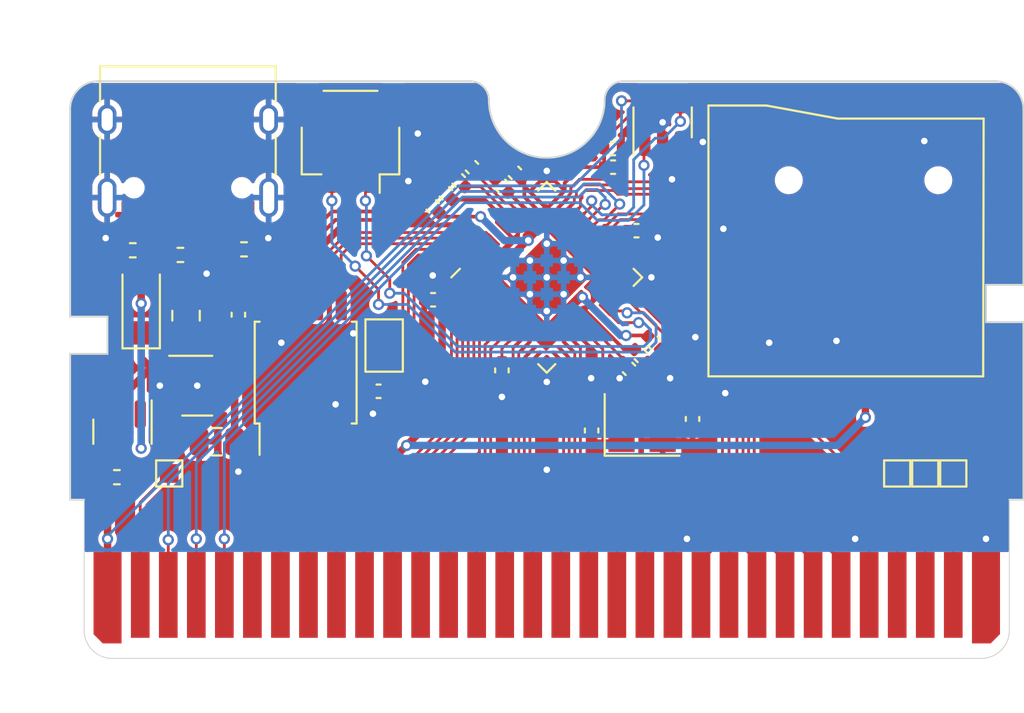
<source format=kicad_pcb>
(kicad_pcb (version 20221018) (generator pcbnew)
  (layers (0 "F.Cu" signal) (31 "B.Cu" signal) (34 "B.Paste" user) (35 "F.Paste" user) (36 "B.SilkS" user "B.Silkscreen") (37 "F.SilkS" user "F.Silkscreen") (38 "B.Mask" user) (39 "F.Mask" user) (44 "Edge.Cuts" user))
  (net 0 "")
  (net 1 "/VDD")
  (net 2 "GND")
  (net 3 "/CLK")
  (net 4 "/WR")
  (net 5 "/RD")
  (net 6 "/CS1")
  (net 7 "/AD0")
  (net 8 "/AD1")
  (net 9 "/AD2")
  (net 10 "/AD3")
  (net 11 "/AD4")
  (net 12 "/AD5")
  (net 13 "/AD6")
  (net 14 "/AD7")
  (net 15 "/AD8")
  (net 16 "/AD9")
  (net 17 "/AD10")
  (net 18 "/AD11")
  (net 19 "/AD12")
  (net 20 "/AD13")
  (net 21 "/AD14")
  (net 22 "/AD15")
  (net 23 "/A16")
  (net 24 "/A17")
  (net 25 "/A18")
  (net 26 "/A19")
  (net 27 "/A20")
  (net 28 "/A21")
  (net 29 "/A22")
  (net 30 "/A23")
  (net 31 "/CS2")
  (net 32 "/XIN")
  (net 33 "Net-(C2-Pad1)")
  (net 34 "Net-(D1-K)")
  (net 35 "+3V3")
  (net 36 "+1V1")
  (net 37 "VBUS")
  (net 38 "Net-(J3-CC1)")
  (net 39 "/USB_D+")
  (net 40 "/USB_D-")
  (net 42 "Net-(J3-CC2)")
  (net 44 "/SWCLK")
  (net 45 "/SWD")
  (net 47 "/QSPI_SS")
  (net 48 "/~{USB_BOOT}")
  (net 49 "/XOUT")
  (net 50 "Net-(U3-USB_DP)")
  (net 51 "Net-(U3-USB_DM)")
  (net 53 "/QSPI_SD1")
  (net 54 "/QSPI_SD2")
  (net 55 "/QSPI_SD0")
  (net 56 "/QSPI_SCLK")
  (net 57 "/QSPI_SD3")
  (net 58 "/RUN")
  (net 59 "/IRQ")
  (net 60 "/CS1_MOD")
  (net 62 "/SD_CS")
  (net 63 "/SD_MOSI")
  (net 64 "/SD_SCLK")
  (net 65 "/SD_MISO")
  (footprint "MCU_RaspberryPi_and_Boards:RP2040-QFN-56" (layer "F.Cu") (at 100 83 45)
    (fp_text reference "U3" hide)
    (fp_text value "RP2040")
  )
  (footprint "Capacitor_SMD:C_0402_1005Metric" (layer "F.Cu") (at 94.6 78.5 135)
    (fp_text reference "C9" hide)
    (fp_text value "100n")
  )
  (footprint "Capacitor_SMD:C_0402_1005Metric" (layer "F.Cu") (at 98.3 77.4 135)
    (fp_text reference "C10" hide)
    (fp_text value "1u")
  )
  (footprint "Capacitor_SMD:C_0402_1005Metric" (layer "F.Cu") (at 83.5 85 -90)
    (fp_text reference "C4" hide)
    (fp_text value "100n")
  )
  (footprint "Jumper:SolderJumper-2_P1.3mm_Open_Pad1.0x1.5mm" (layer "F.Cu") (at 91.3 86.65 -90)
    (fp_text reference "JP1" hide)
    (fp_text value "SolderJumper_2_Open")
  )
  (footprint "Capacitor_SMD:C_0805_2012Metric" (layer "F.Cu") (at 80.7 85.05 90)
    (fp_text reference "C3" hide)
    (fp_text value "1u")
  )
  (footprint "TestPoint:TestPoint_Pad_1.0x1.0mm" (layer "F.Cu") (at 121.75 93.5)
    (fp_text reference "TP4" hide)
    (fp_text value "TestPoint")
  )
  (footprint "Capacitor_SMD:C_0402_1005Metric" (layer "F.Cu") (at 93.9 79.2 135)
    (fp_text reference "C6" hide)
    (fp_text value "100n")
  )
  (footprint "Capacitor_SMD:C_0402_1005Metric" (layer "F.Cu") (at 93.92 84.2 180)
    (fp_text reference "C11" hide)
    (fp_text value "100n")
  )
  (footprint "Capacitor_SMD:C_0402_1005Metric" (layer "F.Cu") (at 97.6 78.1 135)
    (fp_text reference "C8" hide)
    (fp_text value "1u")
  )
  (footprint "Resistor_SMD:R_0402_1005Metric" (layer "F.Cu") (at 77 93.7)
    (fp_text reference "R9" hide)
    (fp_text value "20k")
  )
  (footprint "MCU_RaspberryPi_and_Boards:MBR120_SOD-123" (layer "F.Cu") (at 78.3 84.5 90)
    (fp_text reference "D1" hide)
    (fp_text value "MBR120")
  )
  (footprint "TestPoint:TestPoint_Pad_1.0x1.0mm" (layer "F.Cu") (at 79.8 93.5)
    (fp_text reference "TP3" hide)
    (fp_text value "TestPoint")
  )
  (footprint "Capacitor_SMD:C_0402_1005Metric" (layer "F.Cu") (at 95.292893 77.807107 -45)
    (fp_text reference "R4" hide)
    (fp_text value "27")
  )
  (footprint "Capacitor_SMD:C_0402_1005Metric" (layer "F.Cu") (at 103.55 76.1)
    (fp_text reference "C15" hide)
    (fp_text value "100n")
  )
  (footprint "Daft_Misc:microSD_HC_Push" (layer "F.Cu") (at 116 81.6 180)
    (fp_text reference "J5" hide)
    (fp_text value "Micro_SD_Card_Det1")
  )
  (footprint "Daft_Misc:GBA_Cart_Edge" (layer "F.Cu") (at 100 100)
    (fp_text reference "J1" hide)
    (fp_text value "GBA_Cart_Edge")
    (fp_line (start -24.75 -5.1) (end -24.75 1.9) (stroke (width 0.05)) (layer "Edge.Cuts"))
    (fp_line (start -23.25 3.4) (end 23.25 3.4) (stroke (width 0.05)) (layer "Edge.Cuts"))
    (fp_line (start 24.75 1.9) (end 24.75 -5.1) (stroke (width 0.05)) (layer "Edge.Cuts"))
    (fp_arc (start -23.25 3.4) (mid -24.31066 2.96066) (end -24.75 1.9) (stroke (width 0.05)) (layer "Edge.Cuts"))
    (fp_arc (start 24.75 1.9) (mid 24.31066 2.96066) (end 23.25 3.4) (stroke (width 0.05)) (layer "Edge.Cuts"))
  )
  (footprint "TestPoint:TestPoint_Pad_1.0x1.0mm" (layer "F.Cu") (at 120.25 93.5)
    (fp_text reference "TP2" hide)
    (fp_text value "TestPoint")
  )
  (footprint "Capacitor_SMD:C_0402_1005Metric" (layer "F.Cu") (at 97.6 87.98 -90)
    (fp_text reference "C13" hide)
    (fp_text value "100n")
  )
  (footprint "Package_TO_SOT_SMD:SOT-23" (layer "F.Cu") (at 77.3 91.2625 -90)
    (fp_text reference "Q1" hide)
    (fp_text value "DMG2305UX")
  )
  (footprint "Package_TO_SOT_SMD:SOT-23-6" (layer "F.Cu") (at 106.2 74.7 90)
    (fp_text reference "U4" hide)
    (fp_text value "74LVC1G57")
  )
  (footprint "Resistor_SMD:R_0402_1005Metric" (layer "F.Cu") (at 77.85 81.55 180)
    (fp_text reference "R8" hide)
    (fp_text value "20k")
  )
  (footprint "Package_SO:TSOP-5_1.65x3.05mm_P0.95mm" (layer "F.Cu") (at 81.3 88.8)
    (fp_text reference "U1" hide)
    (fp_text value "NCP114ASN-3.3")
  )
  (footprint "Crystal:Crystal_SMD_3225-4Pin_3.2x2.5mm" (layer "F.Cu") (at 105.1 90.9)
    (fp_text reference "Y1" hide)
    (fp_text value "X322512MSB4SI")
  )
  (footprint "Capacitor_SMD:C_0402_1005Metric" (layer "F.Cu") (at 102.4 91.2 90)
    (fp_text reference "C1" hide)
    (fp_text value "27p")
  )
  (footprint "Resistor_SMD:R_0402_1005Metric" (layer "F.Cu") (at 80.4 81.8)
    (fp_text reference "R6" hide)
    (fp_text value "5.1k")
  )
  (footprint "Capacitor_SMD:C_0402_1005Metric" (layer "F.Cu") (at 105.746517 86.5 -45)
    (fp_text reference "C7" hide)
    (fp_text value "100n")
  )
  (footprint "Connector_JST:JST_SH_SM03B-SRSS-TB_1x03-1MP_P1.00mm_Horizontal" (layer "F.Cu") (at 89.5 75.7 180)
    (fp_text reference "J4" hide)
    (fp_text value "Conn_01x03_MountingPin")
  )
  (footprint "Capacitor_SMD:C_0402_1005Metric" (layer "F.Cu") (at 107.8 90.58 -90)
    (fp_text reference "C2" hide)
    (fp_text value "27p")
  )
  (footprint "Capacitor_SMD:C_0805_2012Metric" (layer "F.Cu") (at 82.35 91.8 180)
    (fp_text reference "C5" hide)
    (fp_text value "10u")
  )
  (footprint "Resistor_SMD:R_0402_1005Metric" (layer "F.Cu") (at 83.8 81.5)
    (fp_text reference "R7" hide)
    (fp_text value "5.1k")
  )
  (footprint "Capacitor_SMD:C_0402_1005Metric" (layer "F.Cu") (at 105.039411 87.207106 -45)
    (fp_text reference "C14" hide)
    (fp_text value "100n")
  )
  (footprint "Capacitor_SMD:C_0402_1005Metric" (layer "F.Cu") (at 104.8 80.5)
    (fp_text reference "C12" hide)
    (fp_text value "100n")
  )
  (footprint "Capacitor_SMD:C_0402_1005Metric" (layer "F.Cu") (at 91 89.1)
    (fp_text reference "R1" hide)
    (fp_text value "1k")
  )
  (footprint "Capacitor_SMD:C_0402_1005Metric" (layer "F.Cu") (at 103.55 77.1)
    (fp_text reference "C16" hide)
    (fp_text value "100n")
  )
  (footprint "Package_SO:SOIC-8_5.23x5.23mm_P1.27mm" (layer "F.Cu") (at 87.1 88.1 90)
    (fp_text reference "U2" hide)
    (fp_text value "W25Q128JVS")
  )
  (footprint "Capacitor_SMD:C_0402_1005Metric" (layer "F.Cu") (at 96 77.1 -45)
    (fp_text reference "R5" hide)
    (fp_text value "27")
  )
  (footprint "Connector_USB:USB_C_Receptacle_HRO_TYPE-C-31-M-12" (layer "F.Cu") (at 80.8 75.6 180)
    (fp_text reference "J3" hide)
    (fp_text value "USB_C_Receptacle_USB2.0")
  )
  (footprint "Capacitor_SMD:C_0402_1005Metric" (layer "F.Cu") (at 104.4 87.9 -45)
    (fp_text reference "R3" hide)
    (fp_text value "1k")
  )
  (footprint "TestPoint:TestPoint_Pad_1.0x1.0mm" (layer "F.Cu") (at 118.75 93.5)
    (fp_text reference "TP1" hide)
    (fp_text value "TestPoint")
  )
  (gr_line (start 74.5 87.1) (end 76.5 87.1) (stroke (width 0.1)) (layer "Edge.Cuts"))
  (gr_arc (start 103.1 73.5) (mid 103.392893 72.792893) (end 104.1 72.5) (stroke (width 0.1)) (layer "Edge.Cuts"))
  (gr_line (start 125.5 83.4) (end 125.5 74) (stroke (width 0.1)) (layer "Edge.Cuts"))
  (gr_line (start 125.5 85.4) (end 123.5 85.4) (stroke (width 0.1)) (layer "Edge.Cuts"))
  (gr_line (start 123.5 85.4) (end 123.5 83.4) (stroke (width 0.1)) (layer "Edge.Cuts"))
  (gr_arc (start 95.9 72.5) (mid 96.607107 72.792893) (end 96.9 73.5) (stroke (width 0.1)) (layer "Edge.Cuts"))
  (gr_line (start 76.5 85.1) (end 74.5 85.1) (stroke (width 0.1)) (layer "Edge.Cuts"))
  (gr_line (start 125.5 94.9) (end 124.75 94.9) (stroke (width 0.1)) (layer "Edge.Cuts"))
  (gr_line (start 125.5 94.9) (end 125.5 85.4) (stroke (width 0.1)) (layer "Edge.Cuts"))
  (gr_line (start 74.5 94.9) (end 74.5 87.1) (stroke (width 0.1)) (layer "Edge.Cuts"))
  (gr_arc (start 124 72.5) (mid 125.06066 72.93934) (end 125.5 74) (stroke (width 0.1)) (layer "Edge.Cuts"))
  (gr_line (start 104.1 72.5) (end 124 72.5) (stroke (width 0.1)) (layer "Edge.Cuts"))
  (gr_arc (start 74.5 74) (mid 74.93934 72.93934) (end 76 72.5) (stroke (width 0.1)) (layer "Edge.Cuts"))
  (gr_line (start 123.5 83.4) (end 125.5 83.4) (stroke (width 0.1)) (layer "Edge.Cuts"))
  (gr_line (start 75.25 94.9) (end 74.5 94.9) (stroke (width 0.1)) (layer "Edge.Cuts"))
  (gr_line (start 74.5 85.1) (end 74.5 74) (stroke (width 0.1)) (layer "Edge.Cuts"))
  (gr_line (start 76.5 87.1) (end 76.5 85.1) (stroke (width 0.1)) (layer "Edge.Cuts"))
  (gr_line (start 95.9 72.5) (end 76 72.5) (stroke (width 0.1)) (layer "Edge.Cuts"))
  (gr_arc (start 103.1 73.5) (mid 100 76.6) (end 96.9 73.5) (stroke (width 0.1)) (layer "Edge.Cuts"))
  (segment (start 104 73.55) (end 105.2375 73.55) (width 0.15) (layer "F.Cu") (net 1))
  (segment (start 76.5 100.15) (end 76.5 97) (width 0.4) (layer "F.Cu") (net 1))
  (segment (start 105.2375 73.55) (end 105.25 73.5625) (width 0.15) (layer "F.Cu") (net 1))
  (segment (start 76.5 97) (end 76.5 93) (width 0.4) (layer "F.Cu") (net 1))
  (segment (start 76.5 93) (end 77.3 92.2) (width 0.4) (layer "F.Cu") (net 1))
  (via (at 76.5 97) (size 0.6) (drill 0.35) (layers "F.Cu" "B.Cu") (net 1))
  (via (at 104 73.55) (size 0.6) (drill 0.35) (layers "F.Cu" "B.Cu") (net 1))
  (segment (start 104 75.55) (end 104 73.55) (width 0.15) (layer "B.Cu") (net 1))
  (segment (start 95.25 78.1) (end 101.45 78.1) (width 0.15) (layer "B.Cu") (net 1))
  (segment (start 101.45 78.1) (end 104 75.55) (width 0.15) (layer "B.Cu") (net 1))
  (segment (start 76.5 97) (end 76.5 96.85) (width 0.15) (layer "B.Cu") (net 1))
  (segment (start 76.5 96.85) (end 95.25 78.1) (width 0.15) (layer "B.Cu") (net 1))
  (segment (start 85.065 78.235) (end 85.065 79) (width 0.2) (layer "F.Cu") (net 2))
  (segment (start 93.42 84.3) (end 93.4 84.28) (width 0.2) (layer "F.Cu") (net 2))
  (segment (start 97.184996 77.639411) (end 97.139411 77.639411) (width 0.2) (layer "F.Cu") (net 2))
  (via (at 97.6 89.4) (size 0.6) (drill 0.35) (layers "F.Cu" "B.Cu") (net 2))
  (via (at 88.7 89.8) (size 0.6) (drill 0.35) (layers "F.Cu" "B.Cu") (net 2))
  (via (at 105.938515 80.869455) (size 0.6) (drill 0.35) (layers "F.Cu" "B.Cu") (net 2))
  (via (at 106.2 74.7) (size 0.6) (drill 0.35) (layers "F.Cu" "B.Cu") (net 2))
  (via (at 100 77.3) (size 0.6) (drill 0.35) (layers "F.Cu" "B.Cu") (net 2))
  (via (at 120.2 75.7) (size 0.6) (drill 0.35) (layers "F.Cu" "B.Cu") (net 2))
  (via (at 108.35 75.75) (size 0.6) (drill 0.35) (layers "F.Cu" "B.Cu") (net 2))
  (via (at 106.7 77.75) (size 0.6) (drill 0.35) (layers "F.Cu" "B.Cu") (net 2))
  (via (at 83.5 93.4) (size 0.6) (drill 0.35) (layers "F.Cu" "B.Cu") (net 2))
  (via (at 116.5 97) (size 0.6) (drill 0.35) (layers "F.Cu" "B.Cu") (net 2))
  (via (at 79.3 88.8) (size 0.6) (drill 0.35) (layers "F.Cu" "B.Cu") (net 2))
  (via (at 100 88.6) (size 0.6) (drill 0.35) (layers "F.Cu" "B.Cu") (net 2))
  (via (at 85.8 86.5) (size 0.6) (drill 0.35) (layers "F.Cu" "B.Cu") (net 2))
  (via (at 107.95 86.2) (size 0.6) (drill 0.35) (layers "F.Cu" "B.Cu") (net 2))
  (via (at 89.65 86) (size 0.6) (drill 0.35) (layers "F.Cu" "B.Cu") (net 2))
  (via (at 111.9 86.5) (size 0.6) (drill 0.35) (layers "F.Cu" "B.Cu") (net 2))
  (via (at 92.59372 77.84372) (size 0.6) (drill 0.35) (layers "F.Cu" "B.Cu") (net 2))
  (via (at 102.375 88.4) (size 0.6) (drill 0.35) (layers "F.Cu" "B.Cu") (net 2))
  (via (at 107.5 97) (size 0.6) (drill 0.35) (layers "F.Cu" "B.Cu") (net 2))
  (via (at 93.9 82.9) (size 0.6) (drill 0.35) (layers "F.Cu" "B.Cu") (net 2))
  (via (at 81.8 82.8) (size 0.6) (drill 0.35) (layers "F.Cu" "B.Cu") (net 2))
  (via (at 85.1 80.9) (size 0.6) (drill 0.35) (layers "F.Cu" "B.Cu") (net 2))
  (via (at 76.4 80.9) (size 0.6) (drill 0.35) (layers "F.Cu" "B.Cu") (net 2))
  (via (at 109.55 89.2) (size 0.6) (drill 0.35) (layers "F.Cu" "B.Cu") (net 2))
  (via (at 93.5 88.588424) (size 0.6) (drill 0.35) (layers "F.Cu" "B.Cu") (net 2))
  (via (at 93.1 75.3) (size 0.6) (drill 0.35) (layers "F.Cu" "B.Cu") (net 2))
  (via (at 115.5 86.4) (size 0.6) (drill 0.35) (layers "F.Cu" "B.Cu") (net 2))
  (via (at 123.5 97) (size 0.6) (drill 0.35) (layers "F.Cu" "B.Cu") (net 2))
  (via (at 103.9 88.4) (size 0.6) (drill 0.35) (layers "F.Cu" "B.Cu") (net 2))
  (via (at 90.7 90.3) (size 0.6) (drill 0.35) (layers "F.Cu" "B.Cu") (net 2))
  (via (at 81.3 88.8) (size 0.6) (drill 0.35) (layers "F.Cu" "B.Cu") (net 2))
  (via (at 106.6 88.4) (size 0.6) (drill 0.35) (layers "F.Cu" "B.Cu") (net 2))
  (via (at 100 93.3) (size 0.6) (drill 0.35) (layers "F.Cu" "B.Cu") (net 2))
  (via (at 105.6 83) (size 0.6) (drill 0.35) (layers "F.Cu" "B.Cu") (net 2))
  (via (at 109.45 80.4) (size 0.6) (drill 0.35) (layers "F.Cu" "B.Cu") (net 2))
  (segment (start 78.25 97) (end 78.25 95.05) (width 0.15) (layer "F.Cu") (net 3))
  (segment (start 78.25 95.05) (end 79.8 93.5) (width 0.15) (layer "F.Cu") (net 3))
  (segment (start 78.25 100) (end 78.25 97) (width 0.15) (layer "F.Cu") (net 3))
  (segment (start 102.289258 80.427899) (end 102.803209 79.913948) (width 0.15) (layer "F.Cu") (net 4))
  (segment (start 79.75 97.050026) (end 79.750013 97.050013) (width 0.15) (layer "F.Cu") (net 4))
  (segment (start 103.086053 79.913948) (end 103.899988 79.100013) (width 0.15) (layer "F.Cu") (net 4))
  (segment (start 103.899988 79.100013) (end 103.899988 79.075) (width 0.15) (layer "F.Cu") (net 4))
  (segment (start 102.803209 79.913948) (end 103.086053 79.913948) (width 0.15) (layer "F.Cu") (net 4))
  (segment (start 102.289258 80.427899) (end 102.289258 80.410742) (width 0.15) (layer "F.Cu") (net 4))
  (segment (start 79.75 100) (end 79.75 97.050026) (width 0.15) (layer "F.Cu") (net 4))
  (via (at 103.899988 79.075) (size 0.6) (drill 0.35) (layers "F.Cu" "B.Cu") (net 4))
  (via (at 79.750013 97.050013) (size 0.6) (drill 0.35) (layers "F.Cu" "B.Cu") (net 4))
  (segment (start 102.824988 78) (end 103.899988 79.075) (width 0.15) (layer "B.Cu") (net 4))
  (segment (start 95.374264 78.4) (end 101.592397 78.4) (width 0.15) (layer "B.Cu") (net 4))
  (segment (start 79.750013 94.024251) (end 95.374264 78.4) (width 0.15) (layer "B.Cu") (net 4))
  (segment (start 101.992397 78) (end 102.824988 78) (width 0.15) (layer "B.Cu") (net 4))
  (segment (start 79.750013 97.050013) (end 79.750013 94.024251) (width 0.15) (layer "B.Cu") (net 4))
  (segment (start 101.592397 78.4) (end 101.992397 78) (width 0.15) (layer "B.Cu") (net 4))
  (segment (start 81.25 100) (end 81.25 97.000002) (width 0.15) (layer "F.Cu") (net 5))
  (segment (start 103.054721 79.09675) (end 103.128693 79.09675) (width 0.15) (layer "F.Cu") (net 5))
  (segment (start 102.006415 80.145056) (end 103.054721 79.09675) (width 0.15) (layer "F.Cu") (net 5))
  (via (at 103.128693 79.09675) (size 0.6) (drill 0.35) (layers "F.Cu" "B.Cu") (net 5))
  (via (at 81.25 97.000002) (size 0.6) (drill 0.35) (layers "F.Cu" "B.Cu") (net 5))
  (segment (start 102.7 78.3) (end 103.128693 78.728693) (width 0.15) (layer "B.Cu") (net 5))
  (segment (start 95.498528 78.7) (end 101.716661 78.7) (width 0.15) (layer "B.Cu") (net 5))
  (segment (start 103.128693 78.728693) (end 103.128693 79.09675) (width 0.15) (layer "B.Cu") (net 5))
  (segment (start 81.25 97.000002) (end 81.25 92.948528) (width 0.15) (layer "B.Cu") (net 5))
  (segment (start 101.716661 78.7) (end 102.116661 78.3) (width 0.15) (layer "B.Cu") (net 5))
  (segment (start 102.116661 78.3) (end 102.7 78.3) (width 0.15) (layer "B.Cu") (net 5))
  (segment (start 81.25 92.948528) (end 95.498528 78.7) (width 0.15) (layer "B.Cu") (net 5))
  (segment (start 105.2 77) (end 105.2 75.8875) (width 0.15) (layer "F.Cu") (net 6))
  (segment (start 82.75 100) (end 82.75 97.000022) (width 0.15) (layer "F.Cu") (net 6))
  (segment (start 105.2 75.8875) (end 105.25 75.8375) (width 0.15) (layer "F.Cu") (net 6))
  (via (at 105.2 77) (size 0.6) (drill 0.35) (layers "F.Cu" "B.Cu") (net 6))
  (via (at 82.75 97.000022) (size 0.6) (drill 0.35) (layers "F.Cu" "B.Cu") (net 6))
  (segment (start 82.75 97.000022) (end 82.75 91.872792) (width 0.15) (layer "B.Cu") (net 6))
  (segment (start 104.374264 79.95) (end 105.2 79.124264) (width 0.15) (layer "B.Cu") (net 6))
  (segment (start 82.75 91.872792) (end 95.622792 79) (width 0.15) (layer "B.Cu") (net 6))
  (segment (start 105.2 79.124264) (end 105.2 77) (width 0.15) (layer "B.Cu") (net 6))
  (segment (start 102.707482 79.95) (end 104.374264 79.95) (width 0.15) (layer "B.Cu") (net 6))
  (segment (start 101.757482 79) (end 102.707482 79.95) (width 0.15) (layer "B.Cu") (net 6))
  (segment (start 95.622792 79) (end 101.757482 79) (width 0.15) (layer "B.Cu") (net 6))
  (segment (start 89.875 95.625) (end 94.9 90.6) (width 0.15) (layer "F.Cu") (net 7))
  (segment (start 94.9 84.98873) (end 96.013686 83.875044) (width 0.15) (layer "F.Cu") (net 7))
  (segment (start 94.9 90.6) (end 94.9 84.98873) (width 0.15) (layer "F.Cu") (net 7))
  (segment (start 84.25 100) (end 84.25 97) (width 0.15) (layer "F.Cu") (net 7))
  (segment (start 84.25 97) (end 85.625 95.625) (width 0.15) (layer "F.Cu") (net 7))
  (segment (start 85.625 95.625) (end 89.875 95.625) (width 0.15) (layer "F.Cu") (net 7))
  (segment (start 86.825 95.925) (end 89.999264 95.925) (width 0.15) (layer "F.Cu") (net 8))
  (segment (start 95.2 90.724264) (end 95.2 85.254415) (width 0.15) (layer "F.Cu") (net 8))
  (segment (start 95.2 85.254415) (end 96.296528 84.157887) (width 0.15) (layer "F.Cu") (net 8))
  (segment (start 85.75 100) (end 85.75 97) (width 0.15) (layer "F.Cu") (net 8))
  (segment (start 89.999264 95.925) (end 95.2 90.724264) (width 0.15) (layer "F.Cu") (net 8))
  (segment (start 85.75 97) (end 86.825 95.925) (width 0.15) (layer "F.Cu") (net 8))
  (segment (start 88.025 96.225) (end 90.123528 96.225) (width 0.15) (layer "F.Cu") (net 9))
  (segment (start 87.25 100) (end 87.25 97) (width 0.15) (layer "F.Cu") (net 9))
  (segment (start 95.5 85.520101) (end 96.579371 84.44073) (width 0.15) (layer "F.Cu") (net 9))
  (segment (start 87.25 97) (end 88.025 96.225) (width 0.15) (layer "F.Cu") (net 9))
  (segment (start 95.5 90.848528) (end 95.5 85.520101) (width 0.15) (layer "F.Cu") (net 9))
  (segment (start 90.123528 96.225) (end 95.5 90.848528) (width 0.15) (layer "F.Cu") (net 9))
  (segment (start 88.75 100) (end 88.75 97) (width 0.15) (layer "F.Cu") (net 10))
  (segment (start 89.225 96.525) (end 90.275 96.525) (width 0.15) (layer "F.Cu") (net 10))
  (segment (start 90.275 96.525) (end 95.8 91) (width 0.15) (layer "F.Cu") (net 10))
  (segment (start 95.8 91) (end 95.8 85.785787) (width 0.15) (layer "F.Cu") (net 10))
  (segment (start 88.75 97) (end 89.225 96.525) (width 0.15) (layer "F.Cu") (net 10))
  (segment (start 95.8 85.785787) (end 96.862214 84.723573) (width 0.15) (layer "F.Cu") (net 10))
  (segment (start 96.1 91.15) (end 96.1 86.051471) (width 0.15) (layer "F.Cu") (net 11))
  (segment (start 96.1 86.051471) (end 97.145056 85.006415) (width 0.15) (layer "F.Cu") (net 11))
  (segment (start 90.25 100) (end 90.25 97) (width 0.15) (layer "F.Cu") (net 11))
  (segment (start 90.25 97) (end 96.1 91.15) (width 0.15) (layer "F.Cu") (net 11))
  (segment (start 96.4 92.35) (end 96.4 86.317157) (width 0.15) (layer "F.Cu") (net 12))
  (segment (start 91.75 97) (end 96.4 92.35) (width 0.15) (layer "F.Cu") (net 12))
  (segment (start 91.75 100) (end 91.75 97) (width 0.15) (layer "F.Cu") (net 12))
  (segment (start 96.4 86.317157) (end 97.427899 85.289258) (width 0.15) (layer "F.Cu") (net 12))
  (segment (start 96.7 93.55) (end 96.7 86.6) (width 0.15) (layer "F.Cu") (net 13))
  (segment (start 93.25 100) (end 93.25 97) (width 0.15) (layer "F.Cu") (net 13))
  (segment (start 93.25 97) (end 96.7 93.55) (width 0.15) (layer "F.Cu") (net 13))
  (segment (start 96.7 86.6) (end 97.710742 85.589258) (width 0.15) (layer "F.Cu") (net 13))
  (segment (start 97.710742 85.589258) (end 97.710742 85.572101) (width 0.15) (layer "F.Cu") (net 13))
  (segment (start 94.75 100) (end 94.75 97) (width 0.15) (layer "F.Cu") (net 14))
  (segment (start 97 94.75) (end 97 86.848528) (width 0.15) (layer "F.Cu") (net 14))
  (segment (start 97 86.848528) (end 97.993585 85.854943) (width 0.15) (layer "F.Cu") (net 14))
  (segment (start 94.75 97) (end 97 94.75) (width 0.15) (layer "F.Cu") (net 14))
  (segment (start 96.25 100) (end 96.25 97) (width 0.15) (layer "F.Cu") (net 15))
  (segment (start 98.2 95.05) (end 98.2 86.779899) (width 0.15) (layer "F.Cu") (net 15))
  (segment (start 96.25 97) (end 98.2 95.05) (width 0.15) (layer "F.Cu") (net 15))
  (segment (start 98.2 86.779899) (end 98.55927 86.420629) (width 0.15) (layer "F.Cu") (net 15))
  (segment (start 98.5 96.25) (end 98.5 87.045584) (width 0.15) (layer "F.Cu") (net 16))
  (segment (start 97.75 100) (end 97.75 97) (width 0.15) (layer "F.Cu") (net 16))
  (segment (start 97.75 97) (end 98.5 96.25) (width 0.15) (layer "F.Cu") (net 16))
  (segment (start 98.5 87.045584) (end 98.842113 86.703471) (width 0.15) (layer "F.Cu") (net 16))
  (segment (start 98.8 96.55) (end 99.25 97) (width 0.15) (layer "F.Cu") (net 17))
  (segment (start 99.25 97) (end 99.25 100) (width 0.15) (layer "F.Cu") (net 17))
  (segment (start 99.124955 86.986314) (end 98.8 87.311269) (width 0.15) (layer "F.Cu") (net 17))
  (segment (start 98.8 87.311269) (end 98.8 96.55) (width 0.15) (layer "F.Cu") (net 17))
  (segment (start 99.407798 87.269157) (end 99.1 87.576955) (width 0.15) (layer "F.Cu") (net 18))
  (segment (start 99.1 95.35) (end 100.75 97) (width 0.15) (layer "F.Cu") (net 18))
  (segment (start 100.75 97) (end 100.75 100) (width 0.15) (layer "F.Cu") (net 18))
  (segment (start 99.1 87.576955) (end 99.1 95.35) (width 0.15) (layer "F.Cu") (net 18))
  (segment (start 100.9 95.65) (end 102.25 97) (width 0.15) (layer "F.Cu") (net 19))
  (segment (start 100.9 87.576955) (end 100.9 95.65) (width 0.15) (layer "F.Cu") (net 19))
  (segment (start 102.25 97) (end 102.25 100) (width 0.15) (layer "F.Cu") (net 19))
  (segment (start 100.592202 87.269157) (end 100.9 87.576955) (width 0.15) (layer "F.Cu") (net 19))
  (segment (start 103.75 100) (end 103.75 97) (width 0.15) (layer "F.Cu") (net 20))
  (segment (start 101.2 94.45) (end 101.2 87.311269) (width 0.15) (layer "F.Cu") (net 20))
  (segment (start 101.2 87.311269) (end 100.875045 86.986314) (width 0.15) (layer "F.Cu") (net 20))
  (segment (start 103.75 97) (end 101.2 94.45) (width 0.15) (layer "F.Cu") (net 20))
  (segment (start 101.157887 86.703472) (end 101.5 87.045585) (width 0.15) (layer "F.Cu") (net 21))
  (segment (start 105.25 97) (end 105.25 100) (width 0.15) (layer "F.Cu") (net 21))
  (segment (start 101.5 93.25) (end 105.25 97) (width 0.15) (layer "F.Cu") (net 21))
  (segment (start 101.5 87.045585) (end 101.5 93.25) (width 0.15) (layer "F.Cu") (net 21))
  (segment (start 101.44073 86.420629) (end 101.8 86.779899) (width 0.15) (layer "F.Cu") (net 22))
  (segment (start 106.35 96.6) (end 106.75 97) (width 0.15) (layer "F.Cu") (net 22))
  (segment (start 106.75 97) (end 106.75 100) (width 0.15) (layer "F.Cu") (net 22))
  (segment (start 105.3 96.6) (end 106.35 96.6) (width 0.15) (layer "F.Cu") (net 22))
  (segment (start 101.8 86.779899) (end 101.8 93.1) (width 0.15) (layer "F.Cu") (net 22))
  (segment (start 101.8 93.1) (end 105.3 96.6) (width 0.15) (layer "F.Cu") (net 22))
  (segment (start 105.017463 84.875) (end 105.117463 84.875) (width 0.15) (layer "F.Cu") (net 23))
  (segment (start 107.825 87.582537) (end 107.825 88.799264) (width 0.15) (layer "F.Cu") (net 23))
  (segment (start 109.4 97.05) (end 108.25 98.2) (width 0.15) (layer "F.Cu") (net 23))
  (segment (start 105.117463 84.875) (end 107.825 87.582537) (width 0.15) (layer "F.Cu") (net 23))
  (segment (start 108.25 98.2) (end 108.25 100) (width 0.15) (layer "F.Cu") (net 23))
  (segment (start 109.4 90.374264) (end 109.4 97.05) (width 0.15) (layer "F.Cu") (net 23))
  (segment (start 103.986315 83.875044) (end 104.017507 83.875044) (width 0.15) (layer "F.Cu") (net 23))
  (segment (start 107.825 88.799264) (end 109.4 90.374264) (width 0.15) (layer "F.Cu") (net 23))
  (segment (start 104.017507 83.875044) (end 105.017463 84.875) (width 0.15) (layer "F.Cu") (net 23))
  (segment (start 108.125 87.448044) (end 108.125 88.675) (width 0.15) (layer "F.Cu") (net 24))
  (segment (start 108.125 88.675) (end 109.75 90.3) (width 0.15) (layer "F.Cu") (net 24))
  (segment (start 109.75 90.3) (end 109.75 100) (width 0.15) (layer "F.Cu") (net 24))
  (segment (start 104.269157 83.592202) (end 108.125 87.448044) (width 0.15) (layer "F.Cu") (net 24))
  (segment (start 110.15 97.1) (end 110.175 97.075) (width 0.15) (layer "F.Cu") (net 25))
  (segment (start 111.25 98.2) (end 110.15 97.1) (width 0.15) (layer "F.Cu") (net 25))
  (segment (start 110.175 86.723528) (end 105.85927 82.407798) (width 0.15) (layer "F.Cu") (net 25))
  (segment (start 111.25 100) (end 111.25 98.2) (width 0.15) (layer "F.Cu") (net 25))
  (segment (start 110.175 97.075) (end 110.175 86.723528) (width 0.15) (layer "F.Cu") (net 25))
  (segment (start 105.85927 82.407798) (end 104.269157 82.407798) (width 0.15) (layer "F.Cu") (net 25))
  (segment (start 112.75 98.2) (end 110.5 95.95) (width 0.15) (layer "F.Cu") (net 26))
  (segment (start 112.75 100) (end 112.75 98.2) (width 0.15) (layer "F.Cu") (net 26))
  (segment (start 105.061648 81.725) (end 104.38627 81.725) (width 0.15) (layer "F.Cu") (net 26))
  (segment (start 105.431103 82.094455) (end 105.061648 81.725) (width 0.15) (layer "F.Cu") (net 26))
  (segment (start 110.5 95.95) (end 110.5 86.624264) (width 0.15) (layer "F.Cu") (net 26))
  (segment (start 105.970191 82.094455) (end 105.431103 82.094455) (width 0.15) (layer "F.Cu") (net 26))
  (segment (start 104.38627 81.725) (end 103.986315 82.124955) (width 0.15) (layer "F.Cu") (net 26))
  (segment (start 110.5 86.624264) (end 105.970191 82.094455) (width 0.15) (layer "F.Cu") (net 26))
  (segment (start 104.120584 81.425) (end 103.703472 81.842112) (width 0.15) (layer "F.Cu") (net 27))
  (segment (start 114.25 100) (end 114.25 98.2) (width 0.15) (layer "F.Cu") (net 27))
  (segment (start 110.8 94.75) (end 110.8 86.5) (width 0.15) (layer "F.Cu") (net 27))
  (segment (start 110.8 86.5) (end 106.094455 81.794455) (width 0.15) (layer "F.Cu") (net 27))
  (segment (start 114.25 98.2) (end 110.8 94.75) (width 0.15) (layer "F.Cu") (net 27))
  (segment (start 105.185912 81.425) (end 104.120584 81.425) (width 0.15) (layer "F.Cu") (net 27))
  (segment (start 105.555367 81.794455) (end 105.185912 81.425) (width 0.15) (layer "F.Cu") (net 27))
  (segment (start 106.094455 81.794455) (end 105.555367 81.794455) (width 0.15) (layer "F.Cu") (net 27))
  (segment (start 106.208059 81.483795) (end 105.67231 81.483795) (width 0.15) (layer "F.Cu") (net 28))
  (segment (start 115.75 98.2) (end 111.1 93.55) (width 0.15) (layer "F.Cu") (net 28))
  (segment (start 111.1 86.375736) (end 106.208059 81.483795) (width 0.15) (layer "F.Cu") (net 28))
  (segment (start 105.67231 81.483795) (end 105.313515 81.125) (width 0.15) (layer "F.Cu") (net 28))
  (segment (start 105.313515 81.125) (end 103.854899 81.125) (width 0.15) (layer "F.Cu") (net 28))
  (segment (start 103.854899 81.125) (end 103.420629 81.55927) (width 0.15) (layer "F.Cu") (net 28))
  (segment (start 111.1 93.55) (end 111.1 86.375736) (width 0.15) (layer "F.Cu") (net 28))
  (segment (start 115.75 100) (end 115.75 98.2) (width 0.15) (layer "F.Cu") (net 28))
  (segment (start 117.25 94.3) (end 113 90.05) (width 0.15) (layer "F.Cu") (net 29))
  (segment (start 103.942394 79.906135) (end 102.854944 80.993584) (width 0.15) (layer "F.Cu") (net 29))
  (segment (start 113 90.05) (end 113 86.797056) (width 0.15) (layer "F.Cu") (net 29))
  (segment (start 106.109079 79.906135) (end 103.942394 79.906135) (width 0.15) (layer "F.Cu") (net 29))
  (segment (start 113 86.797056) (end 106.109079 79.906135) (width 0.15) (layer "F.Cu") (net 29))
  (segment (start 117.25 100) (end 117.25 94.3) (width 0.15) (layer "F.Cu") (net 29))
  (segment (start 118.75 100) (end 118.75 93.5) (width 0.15) (layer "F.Cu") (net 30))
  (segment (start 120.25 93.5) (end 120.25 100) (width 0.15) (layer "F.Cu") (net 31))
  (segment (start 102.825736 86.674264) (end 102.006415 85.854944) (width 0.15) (layer "F.Cu") (net 32))
  (segment (start 103 91.75) (end 102.47 91.75) (width 0.15) (layer "F.Cu") (net 32))
  (segment (start 102.9 86.748529) (end 102.825736 86.674264) (width 0.15) (layer "F.Cu") (net 32))
  (segment (start 103 86.848528) (end 102.825736 86.674264) (width 0.15) (layer "F.Cu") (net 32))
  (segment (start 103 91.75) (end 103 86.848528) (width 0.15) (layer "F.Cu") (net 32))
  (segment (start 104 91.75) (end 103 91.75) (width 0.15) (layer "F.Cu") (net 32))
  (segment (start 102.47 91.75) (end 102.4 91.68) (width 0.15) (layer "F.Cu") (net 32))
  (segment (start 106.08 89.93) (end 106.2 90.05) (width 0.15) (layer "F.Cu") (net 33))
  (segment (start 106.2 89.7) (end 106.2 90.05) (width 0.15) (layer "F.Cu") (net 33))
  (segment (start 107.75 90.05) (end 107.8 90.1) (width 0.15) (layer "F.Cu") (net 33))
  (segment (start 106.2 90.05) (end 107.75 90.05) (width 0.15) (layer "F.Cu") (net 33))
  (segment (start 104.739411 88.239411) (end 106.2 89.7) (width 0.15) (layer "F.Cu") (net 33))
  (segment (start 78.3 87.325) (end 78.825 87.85) (width 0.4) (layer "F.Cu") (net 34))
  (segment (start 78.825 87.85) (end 76.35 90.325) (width 0.4) (layer "F.Cu") (net 34))
  (segment (start 80.675 85.975) (end 80.7 86) (width 0.4) (layer "F.Cu") (net 34))
  (segment (start 78.675 89.058884) (end 78.675 88) (width 0.15) (layer "F.Cu") (net 34))
  (segment (start 80.14 89.75) (end 79.366116 89.75) (width 0.15) (layer "F.Cu") (net 34))
  (segment (start 78.3 85.975) (end 80.675 85.975) (width 0.4) (layer "F.Cu") (net 34))
  (segment (start 79.366116 89.75) (end 78.675 89.058884) (width 0.15) (layer "F.Cu") (net 34))
  (segment (start 78.3 85.975) (end 78.3 87.325) (width 0.4) (layer "F.Cu") (net 34))
  (segment (start 78.675 88) (end 78.825 87.85) (width 0.15) (layer "F.Cu") (net 34))
  (segment (start 80.14 87.85) (end 79.785 87.85) (width 0.4) (layer "F.Cu") (net 34))
  (segment (start 80.14 87.85) (end 78.825 87.85) (width 0.4) (layer "F.Cu") (net 34))
  (segment (start 103.07 75.68) (end 104.3 74.45) (width 0.15) (layer "F.Cu") (net 35))
  (segment (start 95.730843 83.592202) (end 96.323045 83) (width 0.2) (layer "F.Cu") (net 35))
  (segment (start 85.195 84.5) (end 83.52 84.5) (width 0.2) (layer "F.Cu") (net 35))
  (segment (start 83.5 84.52) (end 82.46 85.56) (width 0.2) (layer "F.Cu") (net 35))
  (segment (start 97.6 87.5) (end 97.6 86.814213) (width 0.15) (layer "F.Cu") (net 35))
  (segment (start 99.646445 79.535176) (end 99.787868 79.535176) (width 0.2) (layer "F.Cu") (net 35))
  (segment (start 98.46005 80.611522) (end 98.46005 80.878679) (width 0.2) (layer "F.Cu") (net 35))
  (segment (start 98.8 78.123045) (end 98.8 77.9) (width 0.2) (layer "F.Cu") (net 35))
  (segment (start 83.3 88.69) (end 83.3 91.8) (width 0.4) (layer "F.Cu") (net 35))
  (segment (start 103.07 77.1) (end 101.8 77.1) (width 0.2) (layer "F.Cu") (net 35))
  (segment (start 97.6 86.814213) (end 98.276427 86.137786) (width 0.15) (layer "F.Cu") (net 35))
  (segment (start 99.407798 78.730843) (end 99.088477 78.411523) (width 0.2) (layer "F.Cu") (net 35))
  (segment (start 103.137786 81.276427) (end 103.914213 80.5) (width 0.2) (layer "F.Cu") (net 35))
  (segment (start 106.2 73.95) (end 106.2 73.5625) (width 0.15) (layer "F.Cu") (net 35))
  (segment (start 100.961523 77.938477) (end 100.961523 78.361523) (width 0.2) (layer "F.Cu") (net 35))
  (segment (start 97.993585 80.145056) (end 98.46005 80.611522) (width 0.2) (layer "F.Cu") (net 35))
  (segment (start 98.276427 86.137786) (end 98.868629 85.545584) (width 0.2) (layer "F.Cu") (net 35))
  (segment (start 98.8 78.688731) (end 98.8 78.123045) (width 0.2) (layer "F.Cu") (net 35))
  (segment (start 101.8 77.1) (end 100.961523 77.938477) (width 0.2) (layer "F.Cu") (net 35))
  (segment (start 99.124955 79.013686) (end 99.113686 79.013686) (width 0.15) (layer "F.Cu") (net 35))
  (segment (start 94.4 90.1) (end 94.4 83.8) (width 0.4) (layer "F.Cu") (net 35))
  (segment (start 97.993585 80.145056) (end 96.68794 78.839411) (width 0.2) (layer "F.Cu") (net 35))
  (segment (start 97.710742 80.427899) (end 98.232233 80.94939) (width 0.2) (layer "F.Cu") (net 35))
  (segment (start 82.46 87.85) (end 83.3 88.69) (width 0.4) (layer "F.Cu") (net 35))
  (segment (start 97.710742 80.427899) (end 97.331022 80.048179) (width 0.2) (layer "F.Cu") (net 35))
  (segment (start 94.4 83.8) (end 95.034314 83.165686) (width 0.4) (layer "F.Cu") (net 35))
  (segment (start 100.592202 78.730842) (end 100 79.323044) (width 0.2) (layer "F.Cu") (net 35))
  (segment (start 99.124955 79.013686) (end 98.8 78.688731) (width 0.2) (layer "F.Cu") (net 35))
  (segment (start 99.65 77.85) (end 100.45 77.85) (width 0.2) (layer "F.Cu") (net 35))
  (segment (start 89.9 94.6) (end 92.5 92) (width 0.4) (layer "F.Cu") (net 35))
  (segment (start 99.088477 78.411523) (end 98.8 78.123045) (width 0.2) (layer "F.Cu") (net 35))
  (segment (start 104.3 74.45) (end 105.7 74.45) (width 0.15) (layer "F.Cu") (net 35))
  (segment (start 103.07 76.1) (end 103.07 75.68) (width 0.15) (layer "F.Cu") (net 35))
  (segment (start 96.68794 78.839411) (end 94.939411 78.839411) (width 0.2) (layer "F.Cu") (net 35))
  (segment (start 83.3 91.8) (end 86.1 94.6) (width 0.4) (layer "F.Cu") (net 35))
  (segment (start 86.1 94.6) (end 89.9 94.6) (width 0.4) (layer "F.Cu") (net 35))
  (segment (start 102.12132 84.838477) (end 101.838478 84.838477) (width 0.2) (layer "F.Cu") (net 35))
  (segment (start 102.572101 85.289258) (end 104.150538 86.867695) (width 0.2) (layer "F.Cu") (net 35))
  (segment (start 100.592202 78.730843) (end 100.961523 78.361523) (width 0.2) (layer "F.Cu") (net 35))
  (segment (start 100 79.323044) (end 99.407798 78.730842) (width 0.2) (layer "F.Cu") (net 35))
  (segment (start 98.8 77.9) (end 98.639411 77.739411) (width 0.2) (layer "F.Cu") (net 35))
  (segment (start 105.7 74.45) (end 106.2 73.95) (width 0.15) (layer "F.Cu") (net 35))
  (segment (start 99.088477 78.411523) (end 99.65 77.85) (width 0.2) (layer "F.Cu") (net 35))
  (segment (start 82.46 85.56) (end 82.46 87.85) (width 0.2) (layer "F.Cu") (net 35))
  (segment (start 103.137786 81.276427) (end 102.545585 81.868629) (width 0.2) (layer "F.Cu") (net 35))
  (segment (start 117.05 90.5) (end 117.05 88.8) (width 0.4) (layer "F.Cu") (net 35))
  (segment (start 103.07 77.1) (end 103.07 76.1) (width 0.2) (layer "F.Cu") (net 35))
  (segment (start 103.914213 80.5) (end 104.32 80.5) (width 0.2) (layer "F.Cu") (net 35))
  (segment (start 104.150538 86.867695) (end 104.7 86.867695) (width 0.2) (layer "F.Cu") (net 35))
  (segment (start 96.15736 83.165686) (end 96.323045 83) (width 0.4) (layer "F.Cu") (net 35))
  (segment (start 100.45 77.85) (end 100.961523 78.361523) (width 0.2) (layer "F.Cu") (net 35))
  (segment (start 92.5 92) (end 94.4 90.1) (width 0.4) (layer "F.Cu") (net 35))
  (segment (start 97.331022 80.048179) (end 97.331022 79.482492) (width 0.2) (layer "F.Cu") (net 35))
  (segment (start 99.124955 79.013685) (end 99.646445 79.535176) (width 0.2) (layer "F.Cu") (net 35))
  (segment (start 102.572101 85.289258) (end 102.12132 84.838477) (width 0.2) (layer "F.Cu") (net 35))
  (segment (start 95.034314 83.165686) (end 96.15736 83.165686) (width 0.4) (layer "F.Cu") (net 35))
  (via (at 92.5 92) (size 0.6) (drill 0.35) (layers "F.Cu" "B.Cu") (net 35))
  (via (at 117.05 90.5) (size 0.6) (drill 0.35) (layers "F.Cu" "B.Cu") (net 35))
  (segment (start 92.5 92) (end 115.55 92) (width 0.4) (layer "B.Cu") (net 35))
  (segment (start 115.55 92) (end 117.05 90.5) (width 0.4) (layer "B.Cu") (net 35))
  (segment (start 103.959798 86.11127) (end 104.242641 86.11127) (width 0.2) (layer "F.Cu") (net 36))
  (segment (start 104.242641 86.11127) (end 105.357787 86.11127) (width 0.2) (layer "F.Cu") (net 36))
  (segment (start 97.427899 80.710741) (end 96.467359 79.750201) (width 0.2) (layer "F.Cu") (net 36))
  (segment (start 96.467359 79.750201) (end 96.460615 79.750201) (width 0.2) (layer "F.Cu") (net 36))
  (segment (start 105.357787 86.11127) (end 105.407106 86.160589) (width 0.2) (layer "F.Cu") (net 36))
  (segment (start 96.460615 79.750201) (end 94.450201 79.750201) (width 0.2) (layer "F.Cu") (net 36))
  (segment (start 98.842113 79.296528) (end 99.434315 79.88873) (width 0.2) (layer "F.Cu") (net 36))
  (segment (start 102.854944 85.006415) (end 103.959798 86.11127) (width 0.2) (layer "F.Cu") (net 36))
  (segment (start 94.450201 79.750201) (end 94.239411 79.539411) (width 0.2) (layer "F.Cu") (net 36))
  (segment (start 98.842113 79.296528) (end 98.796528 79.296528) (width 0.2) (layer "F.Cu") (net 36))
  (segment (start 98.796528 79.296528) (end 97.939411 78.439411) (width 0.2) (layer "F.Cu") (net 36))
  (via (at 96.460615 79.750201) (size 0.6) (drill 0.35) (layers "F.Cu" "B.Cu") (net 36))
  (via (at 101.909167 84.060681) (size 0.6) (drill 0.35) (layers "F.Cu" "B.Cu") (net 36))
  (via (at 104.242641 86.11127) (size 0.6) (drill 0.35) (layers "F.Cu" "B.Cu") (net 36))
  (via (at 99.010051 81.020101) (size 0.6) (drill 0.35) (layers "F.Cu" "B.Cu") (net 36))
  (segment (start 103.945656 86.11127) (end 101.909167 84.074781) (width 0.4) (layer "B.Cu") (net 36))
  (segment (start 104.242641 86.11127) (end 103.945656 86.11127) (width 0.4) (layer "B.Cu") (net 36))
  (segment (start 97.737586 81.027172) (end 96.460615 79.750201) (width 0.4) (layer "B.Cu") (net 36))
  (segment (start 99.00298 81.027172) (end 97.737586 81.027172) (width 0.4) (layer "B.Cu") (net 36))
  (segment (start 82.52 78.22) (end 83.25 78.95) (width 0.4) (layer "F.Cu") (net 37))
  (segment (start 78.35 82.975) (end 78.3 83.025) (width 0.4) (layer "F.Cu") (net 37))
  (segment (start 78.35 79.645) (end 78.35 78.856016) (width 0.4) (layer "F.Cu") (net 37))
  (segment (start 78.35 79.645) (end 78.35 82.975) (width 0.4) (layer "F.Cu") (net 37))
  (segment (start 78.3 90.375) (end 78.25 90.325) (width 0.4) (layer "F.Cu") (net 37))
  (segment (start 78.986016 78.22) (end 82.52 78.22) (width 0.4) (layer "F.Cu") (net 37))
  (segment (start 83.25 78.95) (end 83.25 79.645) (width 0.4) (layer "F.Cu") (net 37))
  (segment (start 78.35 78.856016) (end 78.986016 78.22) (width 0.4) (layer "F.Cu") (net 37))
  (segment (start 78.3 83.025) (end 78.3 84.4) (width 0.4) (layer "F.Cu") (net 37))
  (segment (start 78.3 92.15) (end 78.3 90.375) (width 0.4) (layer "F.Cu") (net 37))
  (via (at 78.3 84.4) (size 0.6) (drill 0.35) (layers "F.Cu" "B.Cu") (net 37))
  (via (at 78.3 92.15) (size 0.6) (drill 0.35) (layers "F.Cu" "B.Cu") (net 37))
  (segment (start 78.3 84.4) (end 78.3 92.15) (width 0.4) (layer "B.Cu") (net 37))
  (segment (start 82.05 80.52) (end 82.05 79.645) (width 0.15) (layer "F.Cu") (net 38))
  (segment (start 83.29 81.5) (end 83.03 81.5) (width 0.15) (layer "F.Cu") (net 38))
  (segment (start 83.03 81.5) (end 82.05 80.52) (width 0.15) (layer "F.Cu") (net 38))
  (segment (start 91.775 79.1432) (end 90.9932 79.925) (width 0.2) (layer "F.Cu") (net 39))
  (segment (start 94.953482 77.467696) (end 94.572489 77.086703) (width 0.2) (layer "F.Cu") (net 39))
  (segment (start 82.8068 82.725) (end 81.075 80.9932) (width 0.2) (layer "F.Cu") (net 39))
  (segment (start 91.775 77.7432) (end 91.775 79.1432) (width 0.2) (layer "F.Cu") (net 39))
  (segment (start 80.05 79.645) (end 80.05 80.57) (width 0.2) (layer "F.Cu") (net 39))
  (segment (start 90.9932 79.925) (end 88.6932 79.925) (width 0.2) (layer "F.Cu") (net 39))
  (segment (start 94.572489 77.086703) (end 94.572489 76.697793) (width 0.2) (layer "F.Cu") (net 39))
  (segment (start 81.075 80.245) (end 81.075 80.7932) (width 0.2) (layer "F.Cu") (net 39))
  (segment (start 85.8932 82.725) (end 82.8068 82.725) (width 0.2) (layer "F.Cu") (net 39))
  (segment (start 81.05 79.645) (end 81.05 80.22) (width 0.2) (layer "F.Cu") (net 39))
  (segment (start 81.05 79.645) (end 81.1 79.695) (width 0.2) (layer "F.Cu") (net 39))
  (segment (start 80.2732 80.7932) (end 80.05 80.57) (width 0.2) (layer "F.Cu") (net 39))
  (segment (start 92.8932 76.625) (end 91.775 77.7432) (width 0.2) (layer "F.Cu") (net 39))
  (segment (start 94.572489 76.697793) (end 94.499696 76.625) (width 0.2) (layer "F.Cu") (net 39))
  (segment (start 81.075 80.7932) (end 80.2732 80.7932) (width 0.2) (layer "F.Cu") (net 39))
  (segment (start 88.6932 79.925) (end 85.8932 82.725) (width 0.2) (layer "F.Cu") (net 39))
  (segment (start 81.075 80.9932) (end 81.075 80.7932) (width 0.2) (layer "F.Cu") (net 39))
  (segment (start 94.499696 76.625) (end 92.8932 76.625) (width 0.2) (layer "F.Cu") (net 39))
  (segment (start 81.05 80.22) (end 81.075 80.245) (width 0.2) (layer "F.Cu") (net 39))
  (segment (start 80.6 78.67) (end 80.55 78.72) (width 0.2) (layer "F.Cu") (net 40))
  (segment (start 91.325 78.9568) (end 90.8068 79.475) (width 0.2) (layer "F.Cu") (net 40))
  (segment (start 82.9932 82.275) (end 81.5432 80.825) (width 0.2) (layer "F.Cu") (net 40))
  (segment (start 94.68609 76.175) (end 92.7068 76.175) (width 0.2) (layer "F.Cu") (net 40))
  (segment (start 95.279596 76.379596) (end 94.890686 76.379596) (width 0.2) (layer "F.Cu") (net 40))
  (segment (start 85.7068 82.275) (end 82.9932 82.275) (width 0.2) (layer "F.Cu") (net 40))
  (segment (start 81.5432 80.825) (end 81.5432 80.2268) (width 0.2) (layer "F.Cu") (net 40))
  (segment (start 81.5 78.67) (end 80.6 78.67) (width 0.2) (layer "F.Cu") (net 40))
  (segment (start 88.5068 79.475) (end 85.7068 82.275) (width 0.2) (layer "F.Cu") (net 40))
  (segment (start 81.55 79.645) (end 81.55 78.72) (width 0.2) (layer "F.Cu") (net 40))
  (segment (start 81.5432 80.2268) (end 81.55 80.22) (width 0.2) (layer "F.Cu") (net 40))
  (segment (start 90.8068 79.475) (end 88.5068 79.475) (width 0.2) (layer "F.Cu") (net 40))
  (segment (start 80.55 78.72) (end 80.55 79.645) (width 0.2) (layer "F.Cu") (net 40))
  (segment (start 81.55 78.72) (end 81.5 78.67) (width 0.2) (layer "F.Cu") (net 40))
  (segment (start 81.55 80.22) (end 81.55 79.645) (width 0.2) (layer "F.Cu") (net 40))
  (segment (start 92.7068 76.175) (end 91.325 77.5568) (width 0.2) (layer "F.Cu") (net 40))
  (segment (start 94.890686 76.379596) (end 94.68609 76.175) (width 0.2) (layer "F.Cu") (net 40))
  (segment (start 95.660589 76.760589) (end 95.279596 76.379596) (width 0.2) (layer "F.Cu") (net 40))
  (segment (start 91.325 77.5568) (end 91.325 78.9568) (width 0.2) (layer "F.Cu") (net 40))
  (segment (start 79.89 81.8) (end 79.05 80.96) (width 0.15) (layer "F.Cu") (net 42))
  (segment (start 79.05 80.96) (end 79.05 79.645) (width 0.15) (layer "F.Cu") (net 42))
  (segment (start 103.137786 84.723573) (end 103.839213 85.425) (width 0.15) (layer "F.Cu") (net 44))
  (segment (start 90.3 77.9) (end 90.5 77.7) (width 0.15) (layer "F.Cu") (net 44))
  (segment (start 103.839213 85.425) (end 104.915 85.425) (width 0.15) (layer "F.Cu") (net 44))
  (segment (start 90.3 78.9) (end 90.3 77.9) (width 0.15) (layer "F.Cu") (net 44))
  (segment (start 91.6 83.85) (end 91.6 83.1) (width 0.15) (layer "F.Cu") (net 44))
  (segment (start 91.6 83.1) (end 90.35 81.85) (width 0.15) (layer "F.Cu") (net 44))
  (via (at 104.915 85.425) (size 0.6) (drill 0.35) (layers "F.Cu" "B.Cu") (net 44))
  (via (at 91.6 83.85) (size 0.6) (drill 0.35) (layers "F.Cu" "B.Cu") (net 44))
  (via (at 90.35 81.85) (size 0.6) (drill 0.35) (layers "F.Cu" "B.Cu") (net 44))
  (via (at 90.3 78.9) (size 0.6) (drill 0.35) (layers "F.Cu" "B.Cu") (net 44))
  (segment (start 90.35 78.95) (end 90.3 78.9) (width 0.15) (layer "B.Cu") (net 44))
  (segment (start 90.35 81.85) (end 90.35 78.95) (width 0.15) (layer "B.Cu") (net 44))
  (segment (start 105.175 85.425) (end 105.55 85.8) (width 0.15) (layer "B.Cu") (net 44))
  (segment (start 105.2 86.7) (end 95.224264 86.7) (width 0.15) (layer "B.Cu") (net 44))
  (segment (start 105.55 86.35) (end 105.2 86.7) (width 0.15) (layer "B.Cu") (net 44))
  (segment (start 104.915 85.425) (end 105.175 85.425) (width 0.15) (layer "B.Cu") (net 44))
  (segment (start 92.374264 83.85) (end 91.6 83.85) (width 0.15) (layer "B.Cu") (net 44))
  (segment (start 95.224264 86.7) (end 92.374264 83.85) (width 0.15) (layer "B.Cu") (net 44))
  (segment (start 105.55 85.8) (end 105.55 86.35) (width 0.15) (layer "B.Cu") (net 44))
  (segment (start 103.779899 84.8) (end 104.2 84.8) (width 0.15) (layer "F.Cu") (net 45))
  (segment (start 88.5 78.9) (end 88.5 77.7) (width 0.15) (layer "F.Cu") (net 45))
  (segment (start 103.420629 84.44073) (end 103.779899 84.8) (width 0.15) (layer "F.Cu") (net 45))
  (segment (start 91 83.65) (end 89.75 82.4) (width 0.15) (layer "F.Cu") (net 45))
  (segment (start 104.2 84.8) (end 104.3 84.9) (width 0.15) (layer "F.Cu") (net 45))
  (segment (start 91 84.45) (end 91 83.65) (width 0.15) (layer "F.Cu") (net 45))
  (via (at 89.75 82.4) (size 0.6) (drill 0.35) (layers "F.Cu" "B.Cu") (net 45))
  (via (at 104.3 84.9) (size 0.6) (drill 0.35) (layers "F.Cu" "B.Cu") (net 45))
  (via (at 91 84.45) (size 0.6) (drill 0.35) (layers "F.Cu" "B.Cu") (net 45))
  (via (at 88.5 78.9) (size 0.6) (drill 0.35) (layers "F.Cu" "B.Cu") (net 45))
  (segment (start 104.3 84.9) (end 105.2 84.9) (width 0.15) (layer "B.Cu") (net 45))
  (segment (start 105.85 85.55) (end 105.85 86.474264) (width 0.15) (layer "B.Cu") (net 45))
  (segment (start 105.2 84.9) (end 105.85 85.55) (width 0.15) (layer "B.Cu") (net 45))
  (segment (start 92.55 84.45) (end 91 84.45) (width 0.15) (layer "B.Cu") (net 45))
  (segment (start 105.85 86.474264) (end 105.324264 87) (width 0.15) (layer "B.Cu") (net 45))
  (segment (start 88.5 81.15) (end 88.5 78.9) (width 0.15) (layer "B.Cu") (net 45))
  (segment (start 105.324264 87) (end 95.1 87) (width 0.15) (layer "B.Cu") (net 45))
  (segment (start 89.75 82.4) (end 88.5 81.15) (width 0.15) (layer "B.Cu") (net 45))
  (segment (start 95.1 87) (end 92.55 84.45) (width 0.15) (layer "B.Cu") (net 45))
  (segment (start 85.195 91.605) (end 87.7 89.1) (width 0.15) (layer "F.Cu") (net 47))
  (segment (start 93.248528 82.1) (end 95.423045 82.1) (width 0.15) (layer "F.Cu") (net 47))
  (segment (start 89.748528 93.6) (end 92.9 90.448528) (width 0.15) (layer "F.Cu") (net 47))
  (segment (start 92.9 82.448528) (end 93.248528 82.1) (width 0.15) (layer "F.Cu") (net 47))
  (segment (start 95.423045 82.1) (end 95.730843 82.407798) (width 0.15) (layer "F.Cu") (net 47))
  (segment (start 85.195 92.195) (end 86.6 93.6) (width 0.15) (layer "F.Cu") (net 47))
  (segment (start 87.7 89.1) (end 90.52 89.1) (width 0.15) (layer "F.Cu") (net 47))
  (segment (start 85.195 91.7) (end 85.195 91.605) (width 0.15) (layer "F.Cu") (net 47))
  (segment (start 85.195 91.7) (end 85.195 92.195) (width 0.15) (layer "F.Cu") (net 47))
  (segment (start 92.9 90.448528) (end 92.9 82.448528) (width 0.15) (layer "F.Cu") (net 47))
  (segment (start 86.6 93.6) (end 89.748528 93.6) (width 0.15) (layer "F.Cu") (net 47))
  (segment (start 91.48 89.1) (end 91.3 88.92) (width 0.15) (layer "F.Cu") (net 48))
  (segment (start 91.3 88.92) (end 91.3 87.3) (width 0.15) (layer "F.Cu") (net 48))
  (segment (start 102.289258 85.572101) (end 104.060589 87.343432) (width 0.15) (layer "F.Cu") (net 49))
  (segment (start 104.060589 87.343432) (end 104.060589 87.560589) (width 0.15) (layer "F.Cu") (net 49))
  (segment (start 98.276427 79.862214) (end 98.181346 79.862214) (width 0.15) (layer "F.Cu") (net 50))
  (segment (start 96.46565 78.146518) (end 95.632304 78.146518) (width 0.15) (layer "F.Cu") (net 50))
  (segment (start 98.181346 79.862214) (end 96.46565 78.146518) (width 0.15) (layer "F.Cu") (net 50))
  (segment (start 96.339411 77.596015) (end 96.339411 77.439411) (width 0.15) (layer "F.Cu") (net 51))
  (segment (start 97.76701 79.023614) (end 96.339411 77.596015) (width 0.15) (layer "F.Cu") (net 51))
  (segment (start 98.003513 79.023614) (end 97.76701 79.023614) (width 0.15) (layer "F.Cu") (net 51))
  (segment (start 98.55927 79.579371) (end 98.003513 79.023614) (width 0.15) (layer "F.Cu") (net 51))
  (segment (start 89.624264 93.3) (end 92.6 90.324264) (width 0.15) (layer "F.Cu") (net 53))
  (segment (start 93.124264 81.8) (end 95.688731 81.8) (width 0.15) (layer "F.Cu") (net 53))
  (segment (start 86.465 91.7) (end 86.465 92.565) (width 0.15) (layer "F.Cu") (net 53))
  (segment (start 87.2 93.3) (end 89.624264 93.3) (width 0.15) (layer "F.Cu") (net 53))
  (segment (start 86.465 92.565) (end 87.2 93.3) (width 0.15) (layer "F.Cu") (net 53))
  (segment (start 95.688731 81.8) (end 96.013686 82.124955) (width 0.15) (layer "F.Cu") (net 53))
  (segment (start 92.6 82.324264) (end 93.124264 81.8) (width 0.15) (layer "F.Cu") (net 53))
  (segment (start 92.6 90.324264) (end 92.6 82.324264) (width 0.15) (layer "F.Cu") (net 53))
  (segment (start 93 81.5) (end 95.954415 81.5) (width 0.15) (layer "F.Cu") (net 54))
  (segment (start 87.735 92.635) (end 88.1 93) (width 0.15) (layer "F.Cu") (net 54))
  (segment (start 88.1 93) (end 89.5 93) (width 0.15) (layer "F.Cu") (net 54))
  (segment (start 92.3 90.2) (end 92.3 82.2) (width 0.15) (layer "F.Cu") (net 54))
  (segment (start 92.3 82.2) (end 93 81.5) (width 0.15) (layer "F.Cu") (net 54))
  (segment (start 87.735 91.7) (end 87.735 92.635) (width 0.15) (layer "F.Cu") (net 54))
  (segment (start 95.954415 81.5) (end 96.296528 81.842113) (width 0.15) (layer "F.Cu") (net 54))
  (segment (start 89.5 93) (end 92.3 90.2) (width 0.15) (layer "F.Cu") (net 54))
  (segment (start 89 81.8) (end 89 84.495) (width 0.15) (layer "F.Cu") (net 55))
  (segment (start 89.6 81.2) (end 89 81.8) (width 0.15) (layer "F.Cu") (net 55))
  (segment (start 96.579371 81.55927) (end 96.220101 81.2) (width 0.15) (layer "F.Cu") (net 55))
  (segment (start 96.220101 81.2) (end 89.6 81.2) (width 0.15) (layer "F.Cu") (net 55))
  (segment (start 87.735 82.640736) (end 87.735 84.5) (width 0.15) (layer "F.Cu") (net 56))
  (segment (start 96.485787 80.9) (end 89.475736 80.9) (width 0.15) (layer "F.Cu") (net 56))
  (segment (start 89.475736 80.9) (end 87.735 82.640736) (width 0.15) (layer "F.Cu") (net 56))
  (segment (start 96.862214 81.276427) (end 96.485787 80.9) (width 0.15) (layer "F.Cu") (net 56))
  (segment (start 86.465 83.486472) (end 86.465 84.5) (width 0.15) (layer "F.Cu") (net 57))
  (segment (start 89.351472 80.6) (end 86.465 83.486472) (width 0.15) (layer "F.Cu") (net 57))
  (segment (start 97.145056 80.993585) (end 96.751471 80.6) (width 0.15) (layer "F.Cu") (net 57))
  (segment (start 96.751471 80.6) (end 89.351472 80.6) (width 0.15) (layer "F.Cu") (net 57))
  (segment (start 121.75 100) (end 121.75 98.2) (width 0.15) (layer "F.Cu") (net 59))
  (segment (start 121.75 100) (end 121.75 93.5) (width 0.15) (layer "F.Cu") (net 59))
  (segment (start 102.400245 79.185542) (end 102.400245 78.9003) (width 0.15) (layer "F.Cu") (net 60))
  (segment (start 101.723573 79.862214) (end 102.400245 79.185542) (width 0.15) (layer "F.Cu") (net 60))
  (segment (start 107.15 74.65) (end 107.15 73.5625) (width 0.15) (layer "F.Cu") (net 60))
  (via (at 102.400245 78.9003) (size 0.6) (drill 0.35) (layers "F.Cu" "B.Cu") (net 60))
  (via (at 107.15 74.65) (size 0.6) (drill 0.35) (layers "F.Cu" "B.Cu") (net 60))
  (segment (start 105.8 75.55) (end 106.25 75.55) (width 0.15) (layer "B.Cu") (net 60))
  (segment (start 102.93948 79.65) (end 104.25 79.65) (width 0.15) (layer "B.Cu") (net 60))
  (segment (start 104.65 76.7) (end 105.8 75.55) (width 0.15) (layer "B.Cu") (net 60))
  (segment (start 102.400245 78.9003) (end 102.400245 79.110765) (width 0.15) (layer "B.Cu") (net 60))
  (segment (start 102.400245 79.110765) (end 102.93948 79.65) (width 0.15) (layer "B.Cu") (net 60))
  (segment (start 106.25 75.55) (end 107.15 74.65) (width 0.15) (layer "B.Cu") (net 60))
  (segment (start 104.65 79.25) (end 104.65 76.7) (width 0.15) (layer "B.Cu") (net 60))
  (segment (start 104.25 79.65) (end 104.65 79.25) (width 0.15) (layer "B.Cu") (net 60))
  (segment (start 103.210317 80.213948) (end 103.068894 80.213948) (width 0.15) (layer "F.Cu") (net 62))
  (segment (start 114.85 88.8) (end 114.85 88.222792) (width 0.15) (layer "F.Cu") (net 62))
  (segment (start 103.068894 80.213948) (end 102.572101 80.710741) (width 0.15) (layer "F.Cu") (net 62))
  (segment (start 106.233343 79.606135) (end 103.81813 79.606135) (width 0.15) (layer "F.Cu") (net 62))
  (segment (start 114.85 88.222792) (end 106.233343 79.606135) (width 0.15) (layer "F.Cu") (net 62))
  (segment (start 103.81813 79.606135) (end 103.210317 80.213948) (width 0.15) (layer "F.Cu") (net 62))
  (segment (start 102.066661 78.35) (end 101.886523 78.530138) (width 0.15) (layer "F.Cu") (net 63))
  (segment (start 115.95 88.8) (end 115.95 88.3) (width 0.15) (layer "F.Cu") (net 63))
  (segment (start 101.886523 78.744672) (end 101.8 78.831195) (width 0.15) (layer "F.Cu") (net 63))
  (segment (start 103.791404 78.55) (end 103.591404 78.35) (width 0.15) (layer "F.Cu") (net 63))
  (segment (start 115.95 88.3) (end 115.425 87.775) (width 0.15) (layer "F.Cu") (net 63))
  (segment (start 101.886523 78.530138) (end 101.886523 78.744672) (width 0.15) (layer "F.Cu") (net 63))
  (segment (start 101.8 79.220101) (end 101.44073 79.579371) (width 0.15) (layer "F.Cu") (net 63))
  (segment (start 114.826472 87.775) (end 105.601472 78.55) (width 0.15) (layer "F.Cu") (net 63))
  (segment (start 101.8 78.831195) (end 101.8 79.220101) (width 0.15) (layer "F.Cu") (net 63))
  (segment (start 115.425 87.775) (end 114.826472 87.775) (width 0.15) (layer "F.Cu") (net 63))
  (segment (start 103.591404 78.35) (end 102.066661 78.35) (width 0.15) (layer "F.Cu") (net 63))
  (segment (start 105.601472 78.55) (end 103.791404 78.55) (width 0.15) (layer "F.Cu") (net 63))
  (segment (start 101.586523 78.405874) (end 101.942397 78.05) (width 0.15) (layer "F.Cu") (net 64))
  (segment (start 101.475245 78.731686) (end 101.586523 78.620408) (width 0.15) (layer "F.Cu") (net 64))
  (segment (start 114.950736 87.475) (end 117.325 87.475) (width 0.15) (layer "F.Cu") (net 64))
  (segment (start 101.475245 78.97917) (end 101.475245 78.731686) (width 0.15) (layer "F.Cu") (net 64))
  (segment (start 105.725736 78.25) (end 114.950736 87.475) (width 0.15) (layer "F.Cu") (net 64))
  (segment (start 103.715668 78.05) (end 103.915668 78.25) (width 0.15) (layer "F.Cu") (net 64))
  (segment (start 101.942397 78.05) (end 103.715668 78.05) (width 0.15) (layer "F.Cu") (net 64))
  (segment (start 117.325 87.475) (end 118.15 88.3) (width 0.15) (layer "F.Cu") (net 64))
  (segment (start 118.15 88.3) (end 118.15 88.8) (width 0.15) (layer "F.Cu") (net 64))
  (segment (start 103.915668 78.25) (end 105.725736 78.25) (width 0.15) (layer "F.Cu") (net 64))
  (segment (start 101.157887 79.296528) (end 101.475245 78.97917) (width 0.15) (layer "F.Cu") (net 64))
  (segment (start 101.586523 78.620408) (end 101.586523 78.405874) (width 0.15) (layer "F.Cu") (net 64))
  (segment (start 100.875045 79.013686) (end 101.175245 78.713486) (width 0.15) (layer "F.Cu") (net 65))
  (segment (start 101.286523 78.496144) (end 101.286523 78.213477) (width 0.15) (layer "F.Cu") (net 65))
  (segment (start 105.785 77.885) (end 115.075 87.175) (width 0.15) (layer "F.Cu") (net 65))
  (segment (start 101.75 77.75) (end 103.989932 77.75) (width 0.15) (layer "F.Cu") (net 65))
  (segment (start 101.175245 78.713486) (end 101.175245 78.607422) (width 0.15) (layer "F.Cu") (net 65))
  (segment (start 120.35 88.3) (end 120.35 88.8) (width 0.15) (layer "F.Cu") (net 65))
  (segment (start 103.989932 77.75) (end 104.124932 77.885) (width 0.15) (layer "F.Cu") (net 65))
  (segment (start 101.175245 78.607422) (end 101.286523 78.496144) (width 0.15) (layer "F.Cu") (net 65))
  (segment (start 119.225 87.175) (end 120.35 88.3) (width 0.15) (layer "F.Cu") (net 65))
  (segment (start 104.124932 77.885) (end 105.785 77.885) (width 0.15) (layer "F.Cu") (net 65))
  (segment (start 115.075 87.175) (end 119.225 87.175) (width 0.15) (layer "F.Cu") (net 65))
  (segment (start 101.286523 78.213477) (end 101.75 77.75) (width 0.15) (layer "F.Cu") (net 65))
  (zone (net 35) (net_name "+3V3") (layer "F.Cu") (connect_pads yes (clearance 0.15)) (min_thickness 0.15) (fill yes (thermal_gap 0.508) (thermal_bridge_width 0.508))
    (polygon (pts (xy 103.929899 83) (xy 99.970101 86.959798) (xy 96.010303 83) (xy 97.990202 81.020101) (xy 98.555888 80.454415) (xy 99.970101 79.040202)))
  )
  (zone (net 36) (net_name "+1V1") (layer "F.Cu") (priority 1) (connect_pads yes (clearance 0.15)) (min_thickness 0.15) (fill yes (thermal_gap 0.508) (thermal_bridge_width 0.508))
    (polygon (pts (xy 99.941421 80.312994) (xy 97.395837 82.858578) (xy 99.8 85.262741) (xy 101.638478 83.424264) (xy 102.204163 83.989949) (xy 101.638478 84.555635) (xy 101.497056 84.414213) (xy 99.8 86.11127) (xy 96.68873 83) (xy 98.668629 81.020101) (xy 98.527208 80.878679) (xy 98.810051 80.595837) (xy 98.527208 80.312994) (xy 99.234315 79.605887)))
  )
  (zone (net 2) (net_name "GND") (layers "F&B.Cu") (connect_pads (clearance 0.2)) (min_thickness 0.2) (fill yes (thermal_gap 0.3) (thermal_bridge_width 0.3))
    (polygon (pts (xy 74.5 72.6) (xy 125.5 72.6) (xy 125.5 97.7) (xy 74.5 97.7)))
  )
)
</source>
